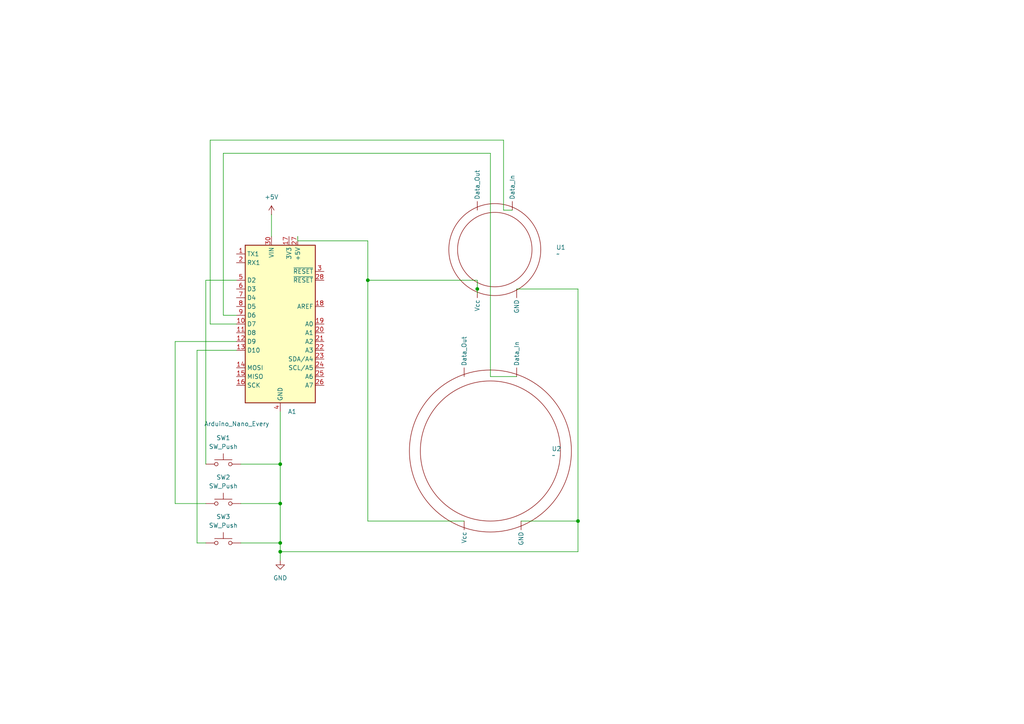
<source format=kicad_sch>
(kicad_sch (version 20231120) (generator "eeschema") (generator_version "8.0")
  (paper "A4")
  (lib_symbols
    (symbol "MCU_Module:Arduino_Nano_Every"
      (property "Reference" "A" (at -10.16 23.495 0))
      (property "Value" "Arduino_Nano_Every" (at 5.08 -24.13 0))
      (symbol "Arduino_Nano_Every_0_1"
        (rectangle (start -10.16 22.86) (end 10.16 -22.86) (stroke (width 0.254)) (fill (type background)))
      )
      (symbol "Arduino_Nano_Every_1_1"
        (pin bidirectional line (at -12.7 20.32 0) (length 2.54) (name "TX1") (number "1"))
        (pin bidirectional line (at -12.7 0 0) (length 2.54) (name "D7") (number "10"))
        (pin bidirectional line (at -12.7 -2.54 0) (length 2.54) (name "D8") (number "11"))
        (pin bidirectional line (at -12.7 -5.08 0) (length 2.54) (name "D9") (number "12"))
        (pin bidirectional line (at -12.7 -7.62 0) (length 2.54) (name "D10") (number "13"))
        (pin bidirectional line (at -12.7 -12.7 0) (length 2.54) (name "MOSI") (number "14"))
        (pin bidirectional line (at -12.7 -15.24 0) (length 2.54) (name "MISO") (number "15"))
        (pin bidirectional line (at -12.7 -17.78 0) (length 2.54) (name "SCK") (number "16"))
        (pin power_out line (at 2.54 25.4 270) (length 2.54) (name "3V3") (number "17"))
        (pin input line (at 12.7 5.08 180) (length 2.54) (name "AREF") (number "18"))
        (pin bidirectional line (at 12.7 0 180) (length 2.54) (name "A0") (number "19"))
        (pin bidirectional line (at -12.7 17.78 0) (length 2.54) (name "RX1") (number "2"))
        (pin bidirectional line (at 12.7 -2.54 180) (length 2.54) (name "A1") (number "20"))
        (pin bidirectional line (at 12.7 -5.08 180) (length 2.54) (name "A2") (number "21"))
        (pin bidirectional line (at 12.7 -7.62 180) (length 2.54) (name "A3") (number "22"))
        (pin bidirectional line (at 12.7 -10.16 180) (length 2.54) (name "SDA/A4") (number "23"))
        (pin bidirectional line (at 12.7 -12.7 180) (length 2.54) (name "SCL/A5") (number "24"))
        (pin bidirectional line (at 12.7 -15.24 180) (length 2.54) (name "A6") (number "25"))
        (pin bidirectional line (at 12.7 -17.78 180) (length 2.54) (name "A7") (number "26"))
        (pin power_out line (at 5.08 25.4 270) (length 2.54) (name "+5V") (number "27"))
        (pin input line (at 12.7 12.7 180) (length 2.54) (name "~{RESET}") (number "28"))
        (pin passive line (at 0 -25.4 90) (length 2.54) hide (name "GND") (number "29"))
        (pin input line (at 12.7 15.24 180) (length 2.54) (name "~{RESET}") (number "3"))
        (pin power_in line (at -2.54 25.4 270) (length 2.54) (name "VIN") (number "30"))
        (pin power_in line (at 0 -25.4 90) (length 2.54) (name "GND") (number "4"))
        (pin bidirectional line (at -12.7 12.7 0) (length 2.54) (name "D2") (number "5"))
        (pin bidirectional line (at -12.7 10.16 0) (length 2.54) (name "D3") (number "6"))
        (pin bidirectional line (at -12.7 7.62 0) (length 2.54) (name "D4") (number "7"))
        (pin bidirectional line (at -12.7 5.08 0) (length 2.54) (name "D5") (number "8"))
        (pin bidirectional line (at -12.7 2.54 0) (length 2.54) (name "D6") (number "9"))
      )
    )
    (symbol "Switch:SW_Push" (pin_numbers hide) (pin_names (offset 1.016) hide)
      (property "Reference" "SW" (at 1.27 2.54 0))
      (property "Value" "SW_Push" (at 0 -1.524 0))
      (symbol "SW_Push_0_1"
        (circle (center -2.032 0) (radius 0.508))
        (polyline (pts (xy 0 1.27) (xy 0 3.048)))
        (polyline (pts (xy 2.54 1.27) (xy -2.54 1.27)))
        (circle (center 2.032 0) (radius 0.508))
        (pin passive line (at -5.08 0 0) (length 2.54) (name "1") (number "1"))
        (pin passive line (at 5.08 0 180) (length 2.54) (name "2") (number "2"))
      )
    )
    (symbol "neopixel_ring_16:neopixel_ring_16_module"
      (property "Reference" "U" (at 0 0 0))
      (symbol "neopixel_ring_16_module_0_1"
        (circle (center 0 0) (radius 10.795))
        (circle (center 0 0) (radius 13.335))
      )
      (symbol "neopixel_ring_16_module_1_1"
        (pin input line (at 5.08 11.43 90) (length 2.54) (name "Data_In") (number ""))
        (pin output line (at -5.08 11.43 90) (length 2.54) (name "Data_Out") (number ""))
        (pin output line (at 6.35 -11.43 270) (length 2.54) (name "GND") (number ""))
        (pin input line (at -5.08 -11.43 270) (length 2.54) (name "Vcc") (number ""))
      )
    )
    (symbol "neopixel_ring_16:neopixel_ring_24_module"
      (property "Reference" "U" (at 0 0 0))
      (symbol "neopixel_ring_24_module_0_1"
        (circle (center 0 0) (radius 20.32))
        (circle (center 0 0) (radius 23.495))
      )
      (symbol "neopixel_ring_24_module_1_1"
        (pin input line (at 7.62 21.59 90) (length 2.54) (name "Data_In") (number ""))
        (pin output line (at -7.62 21.59 90) (length 2.54) (name "Data_Out") (number ""))
        (pin output line (at 8.89 -20.32 270) (length 2.54) (name "GND") (number ""))
        (pin input line (at -7.62 -20.32 270) (length 2.54) (name "Vcc") (number ""))
      )
    )
    (symbol "power:+5V" (power) (pin_numbers hide) (pin_names (offset 0) hide)
      (property "Value" "+5V" (at 0 3.556 0))
      (symbol "+5V_0_1"
        (polyline (pts (xy -0.762 1.27) (xy 0 2.54)))
        (polyline (pts (xy 0 0) (xy 0 2.54)))
        (polyline (pts (xy 0 2.54) (xy 0.762 1.27)))
      )
      (symbol "+5V_1_1"
        (pin power_in line (at 0 0 90) (length 0) (name "~") (number "1"))
      )
    )
    (symbol "power:GND" (power) (pin_numbers hide) (pin_names (offset 0) hide)
      (property "Value" "GND" (at 0 -3.81 0))
      (symbol "GND_0_1"
        (polyline (pts (xy 0 0) (xy 0 -1.27) (xy 1.27 -1.27) (xy 0 -2.54) (xy -1.27 -1.27) (xy 0 -1.27)))
      )
      (symbol "GND_1_1"
        (pin power_in line (at 0 0 270) (length 0) (name "~") (number "1"))
      )
    )
  )
  (junction (at 81.28 157.48))
  (junction (at 81.28 134.62))
  (junction (at 167.64 151.13))
  (junction (at 138.43 83.82))
  (junction (at 81.28 160.02))
  (junction (at 106.68 81.28))
  (junction (at 81.28 146.05))
  (wire (pts (xy 138.43 81.28) (xy 138.43 83.82)))
  (wire (pts (xy 167.64 83.82) (xy 149.86 83.82)))
  (wire (pts (xy 146.05 60.96) (xy 148.59 60.96)))
  (wire (pts (xy 69.85 157.48) (xy 81.28 157.48)))
  (wire (pts (xy 81.28 160.02) (xy 167.64 160.02)))
  (wire (pts (xy 60.96 40.64) (xy 60.96 93.98)))
  (wire (pts (xy 81.28 119.38) (xy 81.28 134.62)))
  (wire (pts (xy 167.64 160.02) (xy 167.64 151.13)))
  (wire (pts (xy 50.8 99.06) (xy 68.58 99.06)))
  (wire (pts (xy 151.13 151.13) (xy 167.64 151.13)))
  (wire (pts (xy 59.69 157.48) (xy 57.15 157.48)))
  (wire (pts (xy 142.24 44.45) (xy 142.24 109.22)))
  (wire (pts (xy 106.68 81.28) (xy 106.68 151.13)))
  (wire (pts (xy 78.74 62.23) (xy 78.74 68.58)))
  (wire (pts (xy 81.28 134.62) (xy 81.28 146.05)))
  (wire (pts (xy 57.15 101.6) (xy 68.58 101.6)))
  (wire (pts (xy 69.85 134.62) (xy 81.28 134.62)))
  (wire (pts (xy 64.77 44.45) (xy 64.77 91.44)))
  (wire (pts (xy 81.28 146.05) (xy 81.28 157.48)))
  (wire (pts (xy 106.68 81.28) (xy 138.43 81.28)))
  (wire (pts (xy 142.24 44.45) (xy 64.77 44.45)))
  (wire (pts (xy 50.8 99.06) (xy 50.8 146.05)))
  (wire (pts (xy 69.85 146.05) (xy 81.28 146.05)))
  (wire (pts (xy 146.05 40.64) (xy 146.05 60.96)))
  (wire (pts (xy 106.68 69.85) (xy 106.68 81.28)))
  (wire (pts (xy 50.8 146.05) (xy 59.69 146.05)))
  (wire (pts (xy 68.58 81.28) (xy 59.69 81.28)))
  (wire (pts (xy 86.36 69.85) (xy 86.36 68.58)))
  (wire (pts (xy 81.28 157.48) (xy 81.28 160.02)))
  (wire (pts (xy 142.24 109.22) (xy 149.86 109.22)))
  (wire (pts (xy 60.96 40.64) (xy 146.05 40.64)))
  (wire (pts (xy 60.96 93.98) (xy 68.58 93.98)))
  (wire (pts (xy 138.43 83.82) (xy 138.43 85.09)))
  (wire (pts (xy 106.68 151.13) (xy 134.62 151.13)))
  (wire (pts (xy 57.15 157.48) (xy 57.15 101.6)))
  (wire (pts (xy 86.36 69.85) (xy 106.68 69.85)))
  (wire (pts (xy 81.28 160.02) (xy 81.28 162.56)))
  (wire (pts (xy 167.64 83.82) (xy 167.64 151.13)))
  (wire (pts (xy 64.77 91.44) (xy 68.58 91.44)))
  (wire (pts (xy 59.69 81.28) (xy 59.69 134.62)))
  (symbol (lib_id "neopixel_ring_16:neopixel_ring_16_module") (at 143.51 72.39 0) (unit 1)
    (property "Reference" "U1" (at 161.29 71.7549 0) (effects (justify left)))
    (property "Value" "~" (at 161.29 73.66 0) (effects (justify left)))
    (property "Footprint" "neopixelrings-2:Neopixel_Ring_16" (effects (hide yes)))
  )
  (symbol (lib_id "MCU_Module:Arduino_Nano_Every") (at 81.28 93.98 0) (unit 1)
    (property "Reference" "A1" (at 83.4741 119.38 0) (effects (justify left)))
    (property "Value" "Arduino_Nano_Every" (at 59.182 122.936 0) (effects (justify left)))
    (property "Footprint" "PCM_arduino-library:Arduino_Nano_Every_Tile" (effects (hide yes)))
    (property "Datasheet" "https://content.arduino.cc/assets/NANOEveryV3.0_sch.pdf" (effects (hide yes)))
    (property "Description" "Arduino Nano Every" (effects (hide yes)))
  )
  (symbol (lib_id "Switch:SW_Push") (at 64.77 146.05 0) (unit 1)
    (property "Reference" "SW2" (at 64.77 138.43 0))
    (property "Value" "SW_Push" (at 64.77 140.97 0))
    (property "Footprint" "Button_Switch_THT:SW_PUSH_6mm" (effects (hide yes)))
    (property "Description" "Push button switch, generic, two pins" (effects (hide yes)))
  )
  (symbol (lib_id "power:+5V") (at 78.74 62.23 0) (unit 1)
    (property "Reference" "#PWR02" (effects (hide yes)))
    (property "Value" "+5V" (at 78.74 57.15 0))
    (property "Description" "Power symbol creates a global label with name \"+5V\"" (effects (hide yes)))
  )
  (symbol (lib_id "power:GND") (at 81.28 162.56 0) (unit 1)
    (property "Reference" "#PWR01" (effects (hide yes)))
    (property "Value" "GND" (at 81.28 167.64 0))
    (property "Description" "Power symbol creates a global label with name \"GND\" , ground" (effects (hide yes)))
  )
  (symbol (lib_id "Switch:SW_Push") (at 64.77 134.62 0) (unit 1)
    (property "Reference" "SW1" (at 64.77 127 0))
    (property "Value" "SW_Push" (at 64.77 129.54 0))
    (property "Footprint" "Button_Switch_THT:SW_PUSH_6mm" (effects (hide yes)))
    (property "Description" "Push button switch, generic, two pins" (effects (hide yes)))
  )
  (symbol (lib_id "neopixel_ring_16:neopixel_ring_24_module") (at 142.24 130.81 0) (unit 1)
    (property "Reference" "U2" (at 160.02 130.1749 0) (effects (justify left)))
    (property "Value" "~" (at 160.02 132.08 0) (effects (justify left)))
    (property "Footprint" "neopixelrings-2:Neopixel_Ring_24" (effects (hide yes)))
  )
  (symbol (lib_id "Switch:SW_Push") (at 64.77 157.48 0) (unit 1)
    (property "Reference" "SW3" (at 64.77 149.86 0))
    (property "Value" "SW_Push" (at 64.77 152.4 0))
    (property "Footprint" "Button_Switch_THT:SW_PUSH_6mm" (effects (hide yes)))
    (property "Description" "Push button switch, generic, two pins" (effects (hide yes)))
  )
)
</source>
